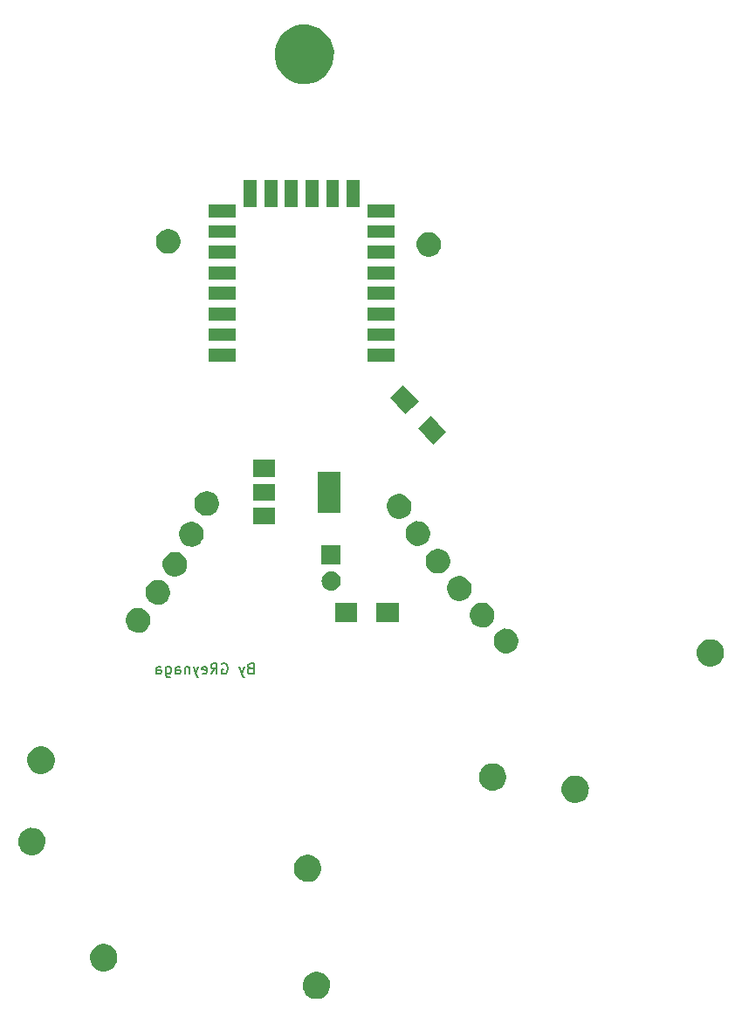
<source format=gbs>
G04 #@! TF.GenerationSoftware,KiCad,Pcbnew,(2017-05-14 revision 14bb238b3)-makepkg*
G04 #@! TF.CreationDate,2017-07-12T11:42:09-06:00*
G04 #@! TF.ProjectId,001,3030312E6B696361645F706362000000,rev?*
G04 #@! TF.FileFunction,Soldermask,Bot*
G04 #@! TF.FilePolarity,Negative*
%FSLAX46Y46*%
G04 Gerber Fmt 4.6, Leading zero omitted, Abs format (unit mm)*
G04 Created by KiCad (PCBNEW (2017-05-14 revision 14bb238b3)-makepkg) date 07/12/17 11:42:09*
%MOMM*%
%LPD*%
G01*
G04 APERTURE LIST*
%ADD10C,0.100000*%
%ADD11C,0.152400*%
G04 APERTURE END LIST*
D10*
D11*
X125281796Y-105817708D02*
X125136653Y-105866089D01*
X125088272Y-105914470D01*
X125039891Y-106011232D01*
X125039891Y-106156375D01*
X125088272Y-106253137D01*
X125136653Y-106301518D01*
X125233415Y-106349899D01*
X125620462Y-106349899D01*
X125620462Y-105333899D01*
X125281796Y-105333899D01*
X125185034Y-105382280D01*
X125136653Y-105430660D01*
X125088272Y-105527422D01*
X125088272Y-105624184D01*
X125136653Y-105720946D01*
X125185034Y-105769327D01*
X125281796Y-105817708D01*
X125620462Y-105817708D01*
X124701224Y-105672565D02*
X124459320Y-106349899D01*
X124217415Y-105672565D02*
X124459320Y-106349899D01*
X124556081Y-106591803D01*
X124604462Y-106640184D01*
X124701224Y-106688565D01*
X122524081Y-105382280D02*
X122620843Y-105333899D01*
X122765986Y-105333899D01*
X122911129Y-105382280D01*
X123007891Y-105479041D01*
X123056272Y-105575803D01*
X123104653Y-105769327D01*
X123104653Y-105914470D01*
X123056272Y-106107994D01*
X123007891Y-106204756D01*
X122911129Y-106301518D01*
X122765986Y-106349899D01*
X122669224Y-106349899D01*
X122524081Y-106301518D01*
X122475700Y-106253137D01*
X122475700Y-105914470D01*
X122669224Y-105914470D01*
X121459700Y-106349899D02*
X121798367Y-105866089D01*
X122040272Y-106349899D02*
X122040272Y-105333899D01*
X121653224Y-105333899D01*
X121556462Y-105382280D01*
X121508081Y-105430660D01*
X121459700Y-105527422D01*
X121459700Y-105672565D01*
X121508081Y-105769327D01*
X121556462Y-105817708D01*
X121653224Y-105866089D01*
X122040272Y-105866089D01*
X120637224Y-106301518D02*
X120733986Y-106349899D01*
X120927510Y-106349899D01*
X121024272Y-106301518D01*
X121072653Y-106204756D01*
X121072653Y-105817708D01*
X121024272Y-105720946D01*
X120927510Y-105672565D01*
X120733986Y-105672565D01*
X120637224Y-105720946D01*
X120588843Y-105817708D01*
X120588843Y-105914470D01*
X121072653Y-106011232D01*
X120250177Y-105672565D02*
X120008272Y-106349899D01*
X119766367Y-105672565D02*
X120008272Y-106349899D01*
X120105034Y-106591803D01*
X120153415Y-106640184D01*
X120250177Y-106688565D01*
X119379320Y-105672565D02*
X119379320Y-106349899D01*
X119379320Y-105769327D02*
X119330939Y-105720946D01*
X119234177Y-105672565D01*
X119089034Y-105672565D01*
X118992272Y-105720946D01*
X118943891Y-105817708D01*
X118943891Y-106349899D01*
X118024653Y-106349899D02*
X118024653Y-105817708D01*
X118073034Y-105720946D01*
X118169796Y-105672565D01*
X118363320Y-105672565D01*
X118460081Y-105720946D01*
X118024653Y-106301518D02*
X118121415Y-106349899D01*
X118363320Y-106349899D01*
X118460081Y-106301518D01*
X118508462Y-106204756D01*
X118508462Y-106107994D01*
X118460081Y-106011232D01*
X118363320Y-105962851D01*
X118121415Y-105962851D01*
X118024653Y-105914470D01*
X117105415Y-105672565D02*
X117105415Y-106495041D01*
X117153796Y-106591803D01*
X117202177Y-106640184D01*
X117298939Y-106688565D01*
X117444081Y-106688565D01*
X117540843Y-106640184D01*
X117105415Y-106301518D02*
X117202177Y-106349899D01*
X117395700Y-106349899D01*
X117492462Y-106301518D01*
X117540843Y-106253137D01*
X117589224Y-106156375D01*
X117589224Y-105866089D01*
X117540843Y-105769327D01*
X117492462Y-105720946D01*
X117395700Y-105672565D01*
X117202177Y-105672565D01*
X117105415Y-105720946D01*
X116186177Y-106349899D02*
X116186177Y-105817708D01*
X116234558Y-105720946D01*
X116331320Y-105672565D01*
X116524843Y-105672565D01*
X116621605Y-105720946D01*
X116186177Y-106301518D02*
X116282939Y-106349899D01*
X116524843Y-106349899D01*
X116621605Y-106301518D01*
X116669986Y-106204756D01*
X116669986Y-106107994D01*
X116621605Y-106011232D01*
X116524843Y-105962851D01*
X116282939Y-105962851D01*
X116186177Y-105914470D01*
D10*
G36*
X131832540Y-135222761D02*
X132087302Y-135275057D01*
X132327069Y-135375845D01*
X132542685Y-135521280D01*
X132725947Y-135705825D01*
X132869872Y-135922452D01*
X132968982Y-136162908D01*
X133019429Y-136417690D01*
X133019429Y-136417695D01*
X133019497Y-136418039D01*
X133015349Y-136715101D01*
X133015272Y-136715439D01*
X133015272Y-136715448D01*
X132957730Y-136968723D01*
X132851947Y-137206315D01*
X132702026Y-137418840D01*
X132513682Y-137598198D01*
X132294087Y-137737558D01*
X132051607Y-137831609D01*
X131795479Y-137876772D01*
X131535453Y-137871325D01*
X131281437Y-137815476D01*
X131043107Y-137711352D01*
X130829544Y-137562922D01*
X130648876Y-137375835D01*
X130507987Y-137157218D01*
X130412243Y-136915395D01*
X130365295Y-136659593D01*
X130368925Y-136399536D01*
X130423000Y-136145135D01*
X130525456Y-135906086D01*
X130672395Y-135691489D01*
X130858214Y-135509520D01*
X131075843Y-135367108D01*
X131316988Y-135269679D01*
X131572459Y-135220946D01*
X131832540Y-135222761D01*
X131832540Y-135222761D01*
G37*
G36*
X111192500Y-132540521D02*
X111447262Y-132592817D01*
X111687029Y-132693605D01*
X111902645Y-132839040D01*
X112085907Y-133023585D01*
X112229832Y-133240212D01*
X112328942Y-133480668D01*
X112379389Y-133735450D01*
X112379389Y-133735455D01*
X112379457Y-133735799D01*
X112375309Y-134032861D01*
X112375232Y-134033199D01*
X112375232Y-134033208D01*
X112317690Y-134286483D01*
X112211907Y-134524075D01*
X112061986Y-134736600D01*
X111873642Y-134915958D01*
X111654047Y-135055318D01*
X111411567Y-135149369D01*
X111155439Y-135194532D01*
X110895413Y-135189085D01*
X110641397Y-135133236D01*
X110403067Y-135029112D01*
X110189504Y-134880682D01*
X110008836Y-134693595D01*
X109867947Y-134474978D01*
X109772203Y-134233155D01*
X109725255Y-133977353D01*
X109728885Y-133717296D01*
X109782960Y-133462895D01*
X109885416Y-133223846D01*
X110032355Y-133009249D01*
X110218174Y-132827280D01*
X110435803Y-132684868D01*
X110676948Y-132587439D01*
X110932419Y-132538706D01*
X111192500Y-132540521D01*
X111192500Y-132540521D01*
G37*
G36*
X130979100Y-123868961D02*
X131233862Y-123921257D01*
X131473629Y-124022045D01*
X131689245Y-124167480D01*
X131872507Y-124352025D01*
X132016432Y-124568652D01*
X132115542Y-124809108D01*
X132165989Y-125063890D01*
X132165989Y-125063895D01*
X132166057Y-125064239D01*
X132161909Y-125361301D01*
X132161832Y-125361639D01*
X132161832Y-125361648D01*
X132104290Y-125614923D01*
X131998507Y-125852515D01*
X131848586Y-126065040D01*
X131660242Y-126244398D01*
X131440647Y-126383758D01*
X131198167Y-126477809D01*
X130942039Y-126522972D01*
X130682013Y-126517525D01*
X130427997Y-126461676D01*
X130189667Y-126357552D01*
X129976104Y-126209122D01*
X129795436Y-126022035D01*
X129654547Y-125803418D01*
X129558803Y-125561595D01*
X129511855Y-125305793D01*
X129515485Y-125045736D01*
X129569560Y-124791335D01*
X129672016Y-124552286D01*
X129818955Y-124337689D01*
X130004774Y-124155720D01*
X130222403Y-124013308D01*
X130463548Y-123915879D01*
X130719019Y-123867146D01*
X130979100Y-123868961D01*
X130979100Y-123868961D01*
G37*
G36*
X104232900Y-121283241D02*
X104487662Y-121335537D01*
X104727429Y-121436325D01*
X104943045Y-121581760D01*
X105126307Y-121766305D01*
X105270232Y-121982932D01*
X105369342Y-122223388D01*
X105419789Y-122478170D01*
X105419789Y-122478175D01*
X105419857Y-122478519D01*
X105415709Y-122775581D01*
X105415632Y-122775919D01*
X105415632Y-122775928D01*
X105358090Y-123029203D01*
X105252307Y-123266795D01*
X105102386Y-123479320D01*
X104914042Y-123658678D01*
X104694447Y-123798038D01*
X104451967Y-123892089D01*
X104195839Y-123937252D01*
X103935813Y-123931805D01*
X103681797Y-123875956D01*
X103443467Y-123771832D01*
X103229904Y-123623402D01*
X103049236Y-123436315D01*
X102908347Y-123217698D01*
X102812603Y-122975875D01*
X102765655Y-122720073D01*
X102769285Y-122460016D01*
X102823360Y-122205615D01*
X102925816Y-121966566D01*
X103072755Y-121751969D01*
X103258574Y-121570000D01*
X103476203Y-121427588D01*
X103717348Y-121330159D01*
X103972819Y-121281426D01*
X104232900Y-121283241D01*
X104232900Y-121283241D01*
G37*
G36*
X156922660Y-116213401D02*
X157177422Y-116265697D01*
X157417189Y-116366485D01*
X157632805Y-116511920D01*
X157816067Y-116696465D01*
X157959992Y-116913092D01*
X158059102Y-117153548D01*
X158109549Y-117408330D01*
X158109549Y-117408335D01*
X158109617Y-117408679D01*
X158105469Y-117705741D01*
X158105392Y-117706079D01*
X158105392Y-117706088D01*
X158047850Y-117959363D01*
X157942067Y-118196955D01*
X157792146Y-118409480D01*
X157603802Y-118588838D01*
X157384207Y-118728198D01*
X157141727Y-118822249D01*
X156885599Y-118867412D01*
X156625573Y-118861965D01*
X156371557Y-118806116D01*
X156133227Y-118701992D01*
X155919664Y-118553562D01*
X155738996Y-118366475D01*
X155598107Y-118147858D01*
X155502363Y-117906035D01*
X155455415Y-117650233D01*
X155459045Y-117390176D01*
X155513120Y-117135775D01*
X155615576Y-116896726D01*
X155762515Y-116682129D01*
X155948334Y-116500160D01*
X156165963Y-116357748D01*
X156407108Y-116260319D01*
X156662579Y-116211586D01*
X156922660Y-116213401D01*
X156922660Y-116213401D01*
G37*
G36*
X148921660Y-115024681D02*
X149176422Y-115076977D01*
X149416189Y-115177765D01*
X149631805Y-115323200D01*
X149815067Y-115507745D01*
X149958992Y-115724372D01*
X150058102Y-115964828D01*
X150108549Y-116219610D01*
X150108549Y-116219615D01*
X150108617Y-116219959D01*
X150104469Y-116517021D01*
X150104392Y-116517359D01*
X150104392Y-116517368D01*
X150046850Y-116770643D01*
X149941067Y-117008235D01*
X149791146Y-117220760D01*
X149602802Y-117400118D01*
X149383207Y-117539478D01*
X149140727Y-117633529D01*
X148884599Y-117678692D01*
X148624573Y-117673245D01*
X148370557Y-117617396D01*
X148132227Y-117513272D01*
X147918664Y-117364842D01*
X147737996Y-117177755D01*
X147597107Y-116959138D01*
X147501363Y-116717315D01*
X147454415Y-116461513D01*
X147458045Y-116201456D01*
X147512120Y-115947055D01*
X147614576Y-115708006D01*
X147761515Y-115493409D01*
X147947334Y-115311440D01*
X148164963Y-115169028D01*
X148406108Y-115071599D01*
X148661579Y-115022866D01*
X148921660Y-115024681D01*
X148921660Y-115024681D01*
G37*
G36*
X105111740Y-113399081D02*
X105366502Y-113451377D01*
X105606269Y-113552165D01*
X105821885Y-113697600D01*
X106005147Y-113882145D01*
X106149072Y-114098772D01*
X106248182Y-114339228D01*
X106298629Y-114594010D01*
X106298629Y-114594015D01*
X106298697Y-114594359D01*
X106294549Y-114891421D01*
X106294472Y-114891759D01*
X106294472Y-114891768D01*
X106236930Y-115145043D01*
X106131147Y-115382635D01*
X105981226Y-115595160D01*
X105792882Y-115774518D01*
X105573287Y-115913878D01*
X105330807Y-116007929D01*
X105074679Y-116053092D01*
X104814653Y-116047645D01*
X104560637Y-115991796D01*
X104322307Y-115887672D01*
X104108744Y-115739242D01*
X103928076Y-115552155D01*
X103787187Y-115333538D01*
X103691443Y-115091715D01*
X103644495Y-114835913D01*
X103648125Y-114575856D01*
X103702200Y-114321455D01*
X103804656Y-114082406D01*
X103951595Y-113867809D01*
X104137414Y-113685840D01*
X104355043Y-113543428D01*
X104596188Y-113445999D01*
X104851659Y-113397266D01*
X105111740Y-113399081D01*
X105111740Y-113399081D01*
G37*
G36*
X170034140Y-103000321D02*
X170288902Y-103052617D01*
X170528669Y-103153405D01*
X170744285Y-103298840D01*
X170927547Y-103483385D01*
X171071472Y-103700012D01*
X171170582Y-103940468D01*
X171221029Y-104195250D01*
X171221029Y-104195255D01*
X171221097Y-104195599D01*
X171216949Y-104492661D01*
X171216872Y-104492999D01*
X171216872Y-104493008D01*
X171159330Y-104746283D01*
X171053547Y-104983875D01*
X170903626Y-105196400D01*
X170715282Y-105375758D01*
X170495687Y-105515118D01*
X170253207Y-105609169D01*
X169997079Y-105654332D01*
X169737053Y-105648885D01*
X169483037Y-105593036D01*
X169244707Y-105488912D01*
X169031144Y-105340482D01*
X168850476Y-105153395D01*
X168709587Y-104934778D01*
X168613843Y-104692955D01*
X168566895Y-104437153D01*
X168570525Y-104177096D01*
X168624600Y-103922695D01*
X168727056Y-103683646D01*
X168873995Y-103469049D01*
X169059814Y-103287080D01*
X169277443Y-103144668D01*
X169518588Y-103047239D01*
X169774059Y-102998506D01*
X170034140Y-103000321D01*
X170034140Y-103000321D01*
G37*
G36*
X150208234Y-101979473D02*
X150437561Y-102026548D01*
X150653391Y-102117274D01*
X150847478Y-102248188D01*
X151012450Y-102414314D01*
X151142004Y-102609311D01*
X151231219Y-102825761D01*
X151276623Y-103055073D01*
X151276623Y-103055078D01*
X151276691Y-103055422D01*
X151272957Y-103322827D01*
X151272880Y-103323165D01*
X151272880Y-103323173D01*
X151221090Y-103551129D01*
X151125868Y-103765001D01*
X150990915Y-103956309D01*
X150821374Y-104117761D01*
X150623703Y-104243206D01*
X150405428Y-104327869D01*
X150174873Y-104368523D01*
X149940805Y-104363620D01*
X149712149Y-104313346D01*
X149497612Y-104219618D01*
X149305374Y-104086009D01*
X149142738Y-103917594D01*
X149015916Y-103720805D01*
X148929730Y-103503124D01*
X148887469Y-103272860D01*
X148890737Y-103038766D01*
X148939414Y-102809763D01*
X149031641Y-102594579D01*
X149163910Y-102401406D01*
X149331178Y-102237604D01*
X149527081Y-102109409D01*
X149744151Y-102021707D01*
X149974117Y-101977839D01*
X150208234Y-101979473D01*
X150208234Y-101979473D01*
G37*
G36*
X114516154Y-99983033D02*
X114745481Y-100030108D01*
X114961311Y-100120834D01*
X115155398Y-100251748D01*
X115320370Y-100417874D01*
X115449924Y-100612871D01*
X115539139Y-100829321D01*
X115584543Y-101058633D01*
X115584543Y-101058638D01*
X115584611Y-101058982D01*
X115580877Y-101326387D01*
X115580800Y-101326725D01*
X115580800Y-101326733D01*
X115529010Y-101554689D01*
X115433788Y-101768561D01*
X115298835Y-101959869D01*
X115129294Y-102121321D01*
X114931623Y-102246766D01*
X114713348Y-102331429D01*
X114482793Y-102372083D01*
X114248725Y-102367180D01*
X114020069Y-102316906D01*
X113805532Y-102223178D01*
X113613294Y-102089569D01*
X113450658Y-101921154D01*
X113323836Y-101724365D01*
X113237650Y-101506684D01*
X113195389Y-101276420D01*
X113198657Y-101042326D01*
X113247334Y-100813323D01*
X113339561Y-100598139D01*
X113471830Y-100404966D01*
X113639098Y-100241164D01*
X113835001Y-100112969D01*
X114052071Y-100025267D01*
X114282037Y-99981399D01*
X114516154Y-99983033D01*
X114516154Y-99983033D01*
G37*
G36*
X147891754Y-99464873D02*
X148121081Y-99511948D01*
X148336911Y-99602674D01*
X148530998Y-99733588D01*
X148695970Y-99899714D01*
X148825524Y-100094711D01*
X148914739Y-100311161D01*
X148960143Y-100540473D01*
X148960143Y-100540478D01*
X148960211Y-100540822D01*
X148956477Y-100808227D01*
X148956400Y-100808565D01*
X148956400Y-100808573D01*
X148904610Y-101036529D01*
X148809388Y-101250401D01*
X148674435Y-101441709D01*
X148504894Y-101603161D01*
X148307223Y-101728606D01*
X148088948Y-101813269D01*
X147858393Y-101853923D01*
X147624325Y-101849020D01*
X147395669Y-101798746D01*
X147181132Y-101705018D01*
X146988894Y-101571409D01*
X146826258Y-101402994D01*
X146699436Y-101206205D01*
X146613250Y-100988524D01*
X146570989Y-100758260D01*
X146574257Y-100524166D01*
X146622934Y-100295163D01*
X146715161Y-100079979D01*
X146847430Y-99886806D01*
X147014698Y-99723004D01*
X147210601Y-99594809D01*
X147427671Y-99507107D01*
X147657637Y-99463239D01*
X147891754Y-99464873D01*
X147891754Y-99464873D01*
G37*
G36*
X139664200Y-101322200D02*
X137511800Y-101322200D01*
X137511800Y-99469800D01*
X139664200Y-99469800D01*
X139664200Y-101322200D01*
X139664200Y-101322200D01*
G37*
G36*
X135664200Y-101322200D02*
X133511800Y-101322200D01*
X133511800Y-99469800D01*
X135664200Y-99469800D01*
X135664200Y-101322200D01*
X135664200Y-101322200D01*
G37*
G36*
X116436394Y-97265233D02*
X116665721Y-97312308D01*
X116881551Y-97403034D01*
X117075638Y-97533948D01*
X117240610Y-97700074D01*
X117370164Y-97895071D01*
X117459379Y-98111521D01*
X117504783Y-98340833D01*
X117504783Y-98340838D01*
X117504851Y-98341182D01*
X117501117Y-98608587D01*
X117501040Y-98608925D01*
X117501040Y-98608933D01*
X117449250Y-98836889D01*
X117354028Y-99050761D01*
X117219075Y-99242069D01*
X117049534Y-99403521D01*
X116851863Y-99528966D01*
X116633588Y-99613629D01*
X116403033Y-99654283D01*
X116168965Y-99649380D01*
X115940309Y-99599106D01*
X115725772Y-99505378D01*
X115533534Y-99371769D01*
X115370898Y-99203354D01*
X115244076Y-99006565D01*
X115157890Y-98788884D01*
X115115629Y-98558620D01*
X115118897Y-98324526D01*
X115167574Y-98095523D01*
X115259801Y-97880339D01*
X115392070Y-97687166D01*
X115559338Y-97523364D01*
X115755241Y-97395169D01*
X115972311Y-97307467D01*
X116202277Y-97263599D01*
X116436394Y-97265233D01*
X116436394Y-97265233D01*
G37*
G36*
X145676874Y-96889313D02*
X145906201Y-96936388D01*
X146122031Y-97027114D01*
X146316118Y-97158028D01*
X146481090Y-97324154D01*
X146610644Y-97519151D01*
X146699859Y-97735601D01*
X146745263Y-97964913D01*
X146745263Y-97964918D01*
X146745331Y-97965262D01*
X146741597Y-98232667D01*
X146741520Y-98233005D01*
X146741520Y-98233013D01*
X146689730Y-98460969D01*
X146594508Y-98674841D01*
X146459555Y-98866149D01*
X146290014Y-99027601D01*
X146092343Y-99153046D01*
X145874068Y-99237709D01*
X145643513Y-99278363D01*
X145409445Y-99273460D01*
X145180789Y-99223186D01*
X144966252Y-99129458D01*
X144774014Y-98995849D01*
X144611378Y-98827434D01*
X144484556Y-98630645D01*
X144398370Y-98412964D01*
X144356109Y-98182700D01*
X144359377Y-97948606D01*
X144408054Y-97719603D01*
X144500281Y-97504419D01*
X144632550Y-97311246D01*
X144799818Y-97147444D01*
X144995721Y-97019249D01*
X145212791Y-96931547D01*
X145442757Y-96887679D01*
X145676874Y-96889313D01*
X145676874Y-96889313D01*
G37*
G36*
X133136357Y-96447575D02*
X133136364Y-96447576D01*
X133138413Y-96447590D01*
X133318049Y-96467740D01*
X133490350Y-96522397D01*
X133648753Y-96609480D01*
X133787226Y-96725672D01*
X133900492Y-96866547D01*
X133984239Y-97026739D01*
X134035275Y-97200147D01*
X134035278Y-97200178D01*
X134035282Y-97200192D01*
X134051660Y-97380163D01*
X134032770Y-97559891D01*
X134032768Y-97559896D01*
X134032764Y-97559938D01*
X133979311Y-97732617D01*
X133893336Y-97891624D01*
X133778113Y-98030904D01*
X133638032Y-98145152D01*
X133478428Y-98230015D01*
X133305381Y-98282261D01*
X133125481Y-98299900D01*
X133116483Y-98299900D01*
X133105643Y-98299825D01*
X133105636Y-98299824D01*
X133103587Y-98299810D01*
X132923951Y-98279660D01*
X132751650Y-98225003D01*
X132593247Y-98137920D01*
X132454774Y-98021728D01*
X132341508Y-97880853D01*
X132257761Y-97720661D01*
X132206725Y-97547253D01*
X132206722Y-97547222D01*
X132206718Y-97547208D01*
X132190340Y-97367237D01*
X132209230Y-97187509D01*
X132209232Y-97187504D01*
X132209236Y-97187462D01*
X132262689Y-97014783D01*
X132348664Y-96855776D01*
X132463887Y-96716496D01*
X132603968Y-96602248D01*
X132763572Y-96517385D01*
X132936619Y-96465139D01*
X133116519Y-96447500D01*
X133125517Y-96447500D01*
X133136357Y-96447575D01*
X133136357Y-96447575D01*
G37*
G36*
X118092474Y-94537273D02*
X118321801Y-94584348D01*
X118537631Y-94675074D01*
X118731718Y-94805988D01*
X118896690Y-94972114D01*
X119026244Y-95167111D01*
X119115459Y-95383561D01*
X119160863Y-95612873D01*
X119160863Y-95612878D01*
X119160931Y-95613222D01*
X119157197Y-95880627D01*
X119157120Y-95880965D01*
X119157120Y-95880973D01*
X119105330Y-96108929D01*
X119010108Y-96322801D01*
X118875155Y-96514109D01*
X118705614Y-96675561D01*
X118507943Y-96801006D01*
X118289668Y-96885669D01*
X118059113Y-96926323D01*
X117825045Y-96921420D01*
X117596389Y-96871146D01*
X117381852Y-96777418D01*
X117189614Y-96643809D01*
X117026978Y-96475394D01*
X116900156Y-96278605D01*
X116813970Y-96060924D01*
X116771709Y-95830660D01*
X116774977Y-95596566D01*
X116823654Y-95367563D01*
X116915881Y-95152379D01*
X117048150Y-94959206D01*
X117215418Y-94795404D01*
X117411321Y-94667209D01*
X117628391Y-94579507D01*
X117858357Y-94535639D01*
X118092474Y-94537273D01*
X118092474Y-94537273D01*
G37*
G36*
X143604234Y-94247713D02*
X143833561Y-94294788D01*
X144049391Y-94385514D01*
X144243478Y-94516428D01*
X144408450Y-94682554D01*
X144538004Y-94877551D01*
X144627219Y-95094001D01*
X144672623Y-95323313D01*
X144672623Y-95323318D01*
X144672691Y-95323662D01*
X144668957Y-95591067D01*
X144668880Y-95591405D01*
X144668880Y-95591413D01*
X144617090Y-95819369D01*
X144521868Y-96033241D01*
X144386915Y-96224549D01*
X144217374Y-96386001D01*
X144019703Y-96511446D01*
X143801428Y-96596109D01*
X143570873Y-96636763D01*
X143336805Y-96631860D01*
X143108149Y-96581586D01*
X142893612Y-96487858D01*
X142701374Y-96354249D01*
X142538738Y-96185834D01*
X142411916Y-95989045D01*
X142325730Y-95771364D01*
X142283469Y-95541100D01*
X142286737Y-95307006D01*
X142335414Y-95078003D01*
X142427641Y-94862819D01*
X142559910Y-94669646D01*
X142727178Y-94505844D01*
X142923081Y-94377649D01*
X143140151Y-94289947D01*
X143370117Y-94246079D01*
X143604234Y-94247713D01*
X143604234Y-94247713D01*
G37*
G36*
X134047200Y-95759900D02*
X132194800Y-95759900D01*
X132194800Y-93907500D01*
X134047200Y-93907500D01*
X134047200Y-95759900D01*
X134047200Y-95759900D01*
G37*
G36*
X119682514Y-91631513D02*
X119911841Y-91678588D01*
X120127671Y-91769314D01*
X120321758Y-91900228D01*
X120486730Y-92066354D01*
X120616284Y-92261351D01*
X120705499Y-92477801D01*
X120750903Y-92707113D01*
X120750903Y-92707118D01*
X120750971Y-92707462D01*
X120747237Y-92974867D01*
X120747160Y-92975205D01*
X120747160Y-92975213D01*
X120695370Y-93203169D01*
X120600148Y-93417041D01*
X120465195Y-93608349D01*
X120295654Y-93769801D01*
X120097983Y-93895246D01*
X119879708Y-93979909D01*
X119649153Y-94020563D01*
X119415085Y-94015660D01*
X119186429Y-93965386D01*
X118971892Y-93871658D01*
X118779654Y-93738049D01*
X118617018Y-93569634D01*
X118490196Y-93372845D01*
X118404010Y-93155164D01*
X118361749Y-92924900D01*
X118365017Y-92690806D01*
X118413694Y-92461803D01*
X118505921Y-92246619D01*
X118638190Y-92053446D01*
X118805458Y-91889644D01*
X119001361Y-91761449D01*
X119218431Y-91673747D01*
X119448397Y-91629879D01*
X119682514Y-91631513D01*
X119682514Y-91631513D01*
G37*
G36*
X141653514Y-91565473D02*
X141882841Y-91612548D01*
X142098671Y-91703274D01*
X142292758Y-91834188D01*
X142457730Y-92000314D01*
X142587284Y-92195311D01*
X142676499Y-92411761D01*
X142721903Y-92641073D01*
X142721903Y-92641078D01*
X142721971Y-92641422D01*
X142718237Y-92908827D01*
X142718160Y-92909165D01*
X142718160Y-92909173D01*
X142666370Y-93137129D01*
X142571148Y-93351001D01*
X142436195Y-93542309D01*
X142266654Y-93703761D01*
X142068983Y-93829206D01*
X141850708Y-93913869D01*
X141620153Y-93954523D01*
X141386085Y-93949620D01*
X141157429Y-93899346D01*
X140942892Y-93805618D01*
X140750654Y-93672009D01*
X140588018Y-93503594D01*
X140461196Y-93306805D01*
X140375010Y-93089124D01*
X140332749Y-92858860D01*
X140336017Y-92624766D01*
X140384694Y-92395763D01*
X140476921Y-92180579D01*
X140609190Y-91987406D01*
X140776458Y-91823604D01*
X140972361Y-91695409D01*
X141189431Y-91607707D01*
X141419397Y-91563839D01*
X141653514Y-91565473D01*
X141653514Y-91565473D01*
G37*
G36*
X127707200Y-91889300D02*
X125554800Y-91889300D01*
X125554800Y-90236900D01*
X127707200Y-90236900D01*
X127707200Y-91889300D01*
X127707200Y-91889300D01*
G37*
G36*
X139845034Y-88934033D02*
X140074361Y-88981108D01*
X140290191Y-89071834D01*
X140484278Y-89202748D01*
X140649250Y-89368874D01*
X140778804Y-89563871D01*
X140868019Y-89780321D01*
X140913423Y-90009633D01*
X140913423Y-90009638D01*
X140913491Y-90009982D01*
X140909757Y-90277387D01*
X140909680Y-90277725D01*
X140909680Y-90277733D01*
X140857890Y-90505689D01*
X140762668Y-90719561D01*
X140627715Y-90910869D01*
X140458174Y-91072321D01*
X140260503Y-91197766D01*
X140042228Y-91282429D01*
X139811673Y-91323083D01*
X139577605Y-91318180D01*
X139348949Y-91267906D01*
X139134412Y-91174178D01*
X138942174Y-91040569D01*
X138779538Y-90872154D01*
X138652716Y-90675365D01*
X138566530Y-90457684D01*
X138524269Y-90227420D01*
X138527537Y-89993326D01*
X138576214Y-89764323D01*
X138668441Y-89549139D01*
X138800710Y-89355966D01*
X138967978Y-89192164D01*
X139163881Y-89063969D01*
X139380951Y-88976267D01*
X139610917Y-88932399D01*
X139845034Y-88934033D01*
X139845034Y-88934033D01*
G37*
G36*
X121176034Y-88644473D02*
X121405361Y-88691548D01*
X121621191Y-88782274D01*
X121815278Y-88913188D01*
X121980250Y-89079314D01*
X122109804Y-89274311D01*
X122199019Y-89490761D01*
X122244423Y-89720073D01*
X122244423Y-89720078D01*
X122244491Y-89720422D01*
X122240757Y-89987827D01*
X122240680Y-89988165D01*
X122240680Y-89988173D01*
X122188890Y-90216129D01*
X122093668Y-90430001D01*
X121958715Y-90621309D01*
X121789174Y-90782761D01*
X121591503Y-90908206D01*
X121373228Y-90992869D01*
X121142673Y-91033523D01*
X120908605Y-91028620D01*
X120679949Y-90978346D01*
X120465412Y-90884618D01*
X120273174Y-90751009D01*
X120110538Y-90582594D01*
X119983716Y-90385805D01*
X119897530Y-90168124D01*
X119855269Y-89937860D01*
X119858537Y-89703766D01*
X119907214Y-89474763D01*
X119999441Y-89259579D01*
X120131710Y-89066406D01*
X120298978Y-88902604D01*
X120494881Y-88774409D01*
X120711951Y-88686707D01*
X120941917Y-88642839D01*
X121176034Y-88644473D01*
X121176034Y-88644473D01*
G37*
G36*
X134007200Y-90739300D02*
X131854800Y-90739300D01*
X131854800Y-86786900D01*
X134007200Y-86786900D01*
X134007200Y-90739300D01*
X134007200Y-90739300D01*
G37*
G36*
X127707200Y-89589300D02*
X125554800Y-89589300D01*
X125554800Y-87936900D01*
X127707200Y-87936900D01*
X127707200Y-89589300D01*
X127707200Y-89589300D01*
G37*
G36*
X127707200Y-87289300D02*
X125554800Y-87289300D01*
X125554800Y-85636900D01*
X127707200Y-85636900D01*
X127707200Y-87289300D01*
X127707200Y-87289300D01*
G37*
G36*
X144275523Y-82995270D02*
X142973236Y-84167855D01*
X141532999Y-82568310D01*
X142835286Y-81395725D01*
X144275523Y-82995270D01*
X144275523Y-82995270D01*
G37*
G36*
X141599001Y-80022690D02*
X140296714Y-81195275D01*
X138856477Y-79595730D01*
X140158764Y-78423145D01*
X141599001Y-80022690D01*
X141599001Y-80022690D01*
G37*
G36*
X123896800Y-76117760D02*
X121244400Y-76117760D01*
X121244400Y-74865360D01*
X123896800Y-74865360D01*
X123896800Y-76117760D01*
X123896800Y-76117760D01*
G37*
G36*
X139296800Y-76117760D02*
X136644400Y-76117760D01*
X136644400Y-74865360D01*
X139296800Y-74865360D01*
X139296800Y-76117760D01*
X139296800Y-76117760D01*
G37*
G36*
X123896800Y-74117760D02*
X121244400Y-74117760D01*
X121244400Y-72865360D01*
X123896800Y-72865360D01*
X123896800Y-74117760D01*
X123896800Y-74117760D01*
G37*
G36*
X139296800Y-74117760D02*
X136644400Y-74117760D01*
X136644400Y-72865360D01*
X139296800Y-72865360D01*
X139296800Y-74117760D01*
X139296800Y-74117760D01*
G37*
G36*
X139296800Y-72117760D02*
X136644400Y-72117760D01*
X136644400Y-70865360D01*
X139296800Y-70865360D01*
X139296800Y-72117760D01*
X139296800Y-72117760D01*
G37*
G36*
X123896800Y-72117760D02*
X121244400Y-72117760D01*
X121244400Y-70865360D01*
X123896800Y-70865360D01*
X123896800Y-72117760D01*
X123896800Y-72117760D01*
G37*
G36*
X139296800Y-70117760D02*
X136644400Y-70117760D01*
X136644400Y-68865360D01*
X139296800Y-68865360D01*
X139296800Y-70117760D01*
X139296800Y-70117760D01*
G37*
G36*
X123896800Y-70117760D02*
X121244400Y-70117760D01*
X121244400Y-68865360D01*
X123896800Y-68865360D01*
X123896800Y-70117760D01*
X123896800Y-70117760D01*
G37*
G36*
X139296800Y-68117760D02*
X136644400Y-68117760D01*
X136644400Y-66865360D01*
X139296800Y-66865360D01*
X139296800Y-68117760D01*
X139296800Y-68117760D01*
G37*
G36*
X123896800Y-68117760D02*
X121244400Y-68117760D01*
X121244400Y-66865360D01*
X123896800Y-66865360D01*
X123896800Y-68117760D01*
X123896800Y-68117760D01*
G37*
G36*
X139296800Y-66117760D02*
X136644400Y-66117760D01*
X136644400Y-64865360D01*
X139296800Y-64865360D01*
X139296800Y-66117760D01*
X139296800Y-66117760D01*
G37*
G36*
X123896800Y-66117760D02*
X121244400Y-66117760D01*
X121244400Y-64865360D01*
X123896800Y-64865360D01*
X123896800Y-66117760D01*
X123896800Y-66117760D01*
G37*
G36*
X142710154Y-63544193D02*
X142939481Y-63591268D01*
X143155311Y-63681994D01*
X143349398Y-63812908D01*
X143514370Y-63979034D01*
X143643924Y-64174031D01*
X143733139Y-64390481D01*
X143778543Y-64619793D01*
X143778543Y-64619798D01*
X143778611Y-64620142D01*
X143774877Y-64887547D01*
X143774800Y-64887885D01*
X143774800Y-64887893D01*
X143723010Y-65115849D01*
X143627788Y-65329721D01*
X143492835Y-65521029D01*
X143323294Y-65682481D01*
X143125623Y-65807926D01*
X142907348Y-65892589D01*
X142676793Y-65933243D01*
X142442725Y-65928340D01*
X142214069Y-65878066D01*
X141999532Y-65784338D01*
X141807294Y-65650729D01*
X141644658Y-65482314D01*
X141517836Y-65285525D01*
X141431650Y-65067844D01*
X141389389Y-64837580D01*
X141392657Y-64603486D01*
X141441334Y-64374483D01*
X141533561Y-64159299D01*
X141665830Y-63966126D01*
X141833098Y-63802324D01*
X142029001Y-63674129D01*
X142246071Y-63586427D01*
X142476037Y-63542559D01*
X142710154Y-63544193D01*
X142710154Y-63544193D01*
G37*
G36*
X117442234Y-63259713D02*
X117671561Y-63306788D01*
X117887391Y-63397514D01*
X118081478Y-63528428D01*
X118246450Y-63694554D01*
X118376004Y-63889551D01*
X118465219Y-64106001D01*
X118510623Y-64335313D01*
X118510623Y-64335318D01*
X118510691Y-64335662D01*
X118506957Y-64603067D01*
X118506880Y-64603405D01*
X118506880Y-64603413D01*
X118455090Y-64831369D01*
X118359868Y-65045241D01*
X118224915Y-65236549D01*
X118055374Y-65398001D01*
X117857703Y-65523446D01*
X117639428Y-65608109D01*
X117408873Y-65648763D01*
X117174805Y-65643860D01*
X116946149Y-65593586D01*
X116731612Y-65499858D01*
X116539374Y-65366249D01*
X116376738Y-65197834D01*
X116249916Y-65001045D01*
X116163730Y-64783364D01*
X116121469Y-64553100D01*
X116124737Y-64319006D01*
X116173414Y-64090003D01*
X116265641Y-63874819D01*
X116397910Y-63681646D01*
X116565178Y-63517844D01*
X116761081Y-63389649D01*
X116978151Y-63301947D01*
X117208117Y-63258079D01*
X117442234Y-63259713D01*
X117442234Y-63259713D01*
G37*
G36*
X139296800Y-64117760D02*
X136644400Y-64117760D01*
X136644400Y-62865360D01*
X139296800Y-62865360D01*
X139296800Y-64117760D01*
X139296800Y-64117760D01*
G37*
G36*
X123896800Y-64117760D02*
X121244400Y-64117760D01*
X121244400Y-62865360D01*
X123896800Y-62865360D01*
X123896800Y-64117760D01*
X123896800Y-64117760D01*
G37*
G36*
X139296800Y-62117760D02*
X136644400Y-62117760D01*
X136644400Y-60865360D01*
X139296800Y-60865360D01*
X139296800Y-62117760D01*
X139296800Y-62117760D01*
G37*
G36*
X123896800Y-62117760D02*
X121244400Y-62117760D01*
X121244400Y-60865360D01*
X123896800Y-60865360D01*
X123896800Y-62117760D01*
X123896800Y-62117760D01*
G37*
G36*
X131886800Y-61117760D02*
X130634400Y-61117760D01*
X130634400Y-58465360D01*
X131886800Y-58465360D01*
X131886800Y-61117760D01*
X131886800Y-61117760D01*
G37*
G36*
X135886800Y-61117760D02*
X134634400Y-61117760D01*
X134634400Y-58465360D01*
X135886800Y-58465360D01*
X135886800Y-61117760D01*
X135886800Y-61117760D01*
G37*
G36*
X133886800Y-61117760D02*
X132634400Y-61117760D01*
X132634400Y-58465360D01*
X133886800Y-58465360D01*
X133886800Y-61117760D01*
X133886800Y-61117760D01*
G37*
G36*
X129886800Y-61117760D02*
X128634400Y-61117760D01*
X128634400Y-58465360D01*
X129886800Y-58465360D01*
X129886800Y-61117760D01*
X129886800Y-61117760D01*
G37*
G36*
X127886800Y-61117760D02*
X126634400Y-61117760D01*
X126634400Y-58465360D01*
X127886800Y-58465360D01*
X127886800Y-61117760D01*
X127886800Y-61117760D01*
G37*
G36*
X125886800Y-61117760D02*
X124634400Y-61117760D01*
X124634400Y-58465360D01*
X125886800Y-58465360D01*
X125886800Y-61117760D01*
X125886800Y-61117760D01*
G37*
G36*
X130816783Y-43452993D02*
X131369308Y-43566411D01*
X131889293Y-43784992D01*
X132356913Y-44100406D01*
X132754363Y-44500640D01*
X133066503Y-44970450D01*
X133281447Y-45491941D01*
X133390936Y-46044905D01*
X133390936Y-46044910D01*
X133391004Y-46045254D01*
X133382008Y-46689508D01*
X133381931Y-46689846D01*
X133381931Y-46689854D01*
X133257044Y-47239546D01*
X133027625Y-47754830D01*
X132702486Y-48215743D01*
X132294015Y-48604725D01*
X131817770Y-48906959D01*
X131291888Y-49110935D01*
X130736409Y-49208882D01*
X130172479Y-49197068D01*
X129621583Y-49075946D01*
X129104705Y-48850128D01*
X128641538Y-48528218D01*
X128249714Y-48122473D01*
X127944161Y-47648348D01*
X127736518Y-47123900D01*
X127634697Y-46569121D01*
X127642572Y-46005123D01*
X127759846Y-45453394D01*
X127982048Y-44934955D01*
X128300720Y-44469547D01*
X128703719Y-44074901D01*
X129175700Y-43766046D01*
X129698681Y-43554747D01*
X130252739Y-43449056D01*
X130816783Y-43452993D01*
X130816783Y-43452993D01*
G37*
M02*

</source>
